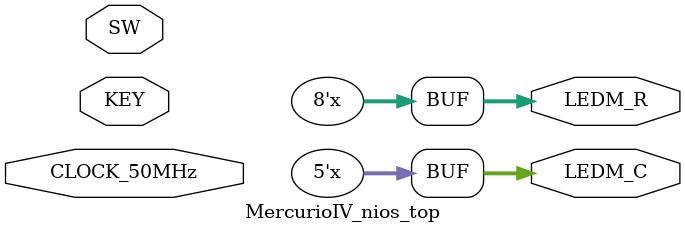
<source format=v>

module MercurioIV_nios_top(

    //////// CLOCK //////////
    CLOCK_50MHz,

    //////// LED //////////
    LEDM_C,
    LEDM_R,

    //////// KEY //////////
    KEY,

    //////// SW //////////
    SW
);

//=======================================================
//  PARAMETER declarations
//=======================================================


//=======================================================
//  PORT declarations
//=======================================================

//////////// CLOCK //////////
input                    CLOCK_50MHz;

//////////// LED //////////
output         [4:0]     LEDM_C;
output         [7:0]     LEDM_R;

//////////// KEY //////////
input          [11:0]     KEY;

//////////// SW //////////
input          [3:0]     SW;

/////////////////////////////////////////////////////////
//=======================================================
// REG/WIRE declarations
//=======================================================


//=======================================================
// Structural coding
//=======================================================

assign	LEDM_C        =    5'bz;
assign	LEDM_R        =    8'bz;

endmodule

</source>
